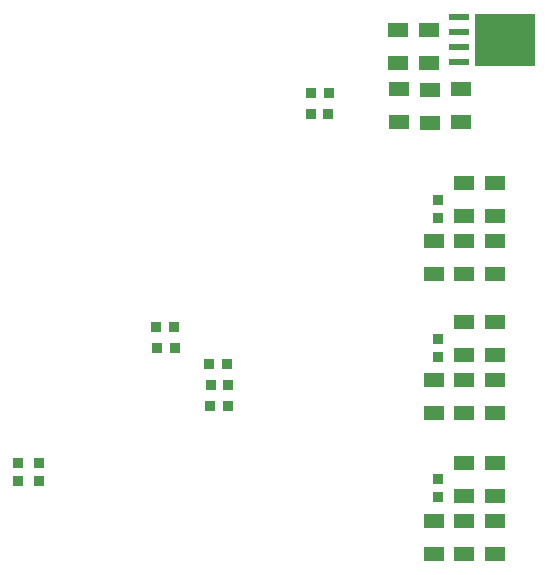
<source format=gbr>
%TF.GenerationSoftware,Altium Limited,Altium Designer,22.9.1 (49)*%
G04 Layer_Color=128*
%FSLAX45Y45*%
%MOMM*%
%TF.SameCoordinates,EA90029D-DDF1-4691-B258-B80E594B725E*%
%TF.FilePolarity,Positive*%
%TF.FileFunction,Paste,Bot*%
%TF.Part,Single*%
G01*
G75*
%TA.AperFunction,SMDPad,CuDef*%
%ADD11R,1.80000X1.30000*%
%ADD12R,0.95000X0.95000*%
%ADD14R,0.90000X0.90000*%
%ADD20R,0.95000X0.95000*%
%ADD23R,1.75000X0.60000*%
%ADD30R,0.90000X0.90000*%
%ADD47R,5.10000X4.50000*%
D11*
X8888003Y5772277D02*
D03*
Y5492277D02*
D03*
X8367103Y5772277D02*
D03*
Y5492277D02*
D03*
X8627498Y5767268D02*
D03*
Y5487268D02*
D03*
Y5982701D02*
D03*
Y6262700D02*
D03*
X8627502Y4790430D02*
D03*
Y5070429D02*
D03*
Y4580005D02*
D03*
Y4300000D02*
D03*
X8887998Y4790430D02*
D03*
Y5070429D02*
D03*
X8887999Y5982701D02*
D03*
X8887996Y6262700D02*
D03*
X8887998Y4580005D02*
D03*
Y4300000D02*
D03*
X8367102Y4580005D02*
D03*
Y4300000D02*
D03*
X8367105Y6944412D02*
D03*
Y6664412D02*
D03*
X8887953Y7434840D02*
D03*
Y7154835D02*
D03*
X8627526Y7434840D02*
D03*
Y7154840D02*
D03*
X8887953Y6944412D02*
D03*
Y6664412D02*
D03*
X8627526Y6944412D02*
D03*
Y6664412D02*
D03*
X8072877Y7951577D02*
D03*
Y8231576D02*
D03*
X8333303Y7946568D02*
D03*
Y8226567D02*
D03*
X8603300Y7951577D02*
D03*
Y8231576D02*
D03*
X8069148Y8731575D02*
D03*
Y8451576D02*
D03*
X8329574Y8731575D02*
D03*
Y8451576D02*
D03*
D12*
X8407102Y4930430D02*
D03*
Y4775429D02*
D03*
X8407103Y6120201D02*
D03*
Y5965200D02*
D03*
X8407105Y7297339D02*
D03*
Y7142339D02*
D03*
X5027856Y5068986D02*
D03*
Y4913990D02*
D03*
D14*
X4852427Y5063990D02*
D03*
Y4913993D02*
D03*
D20*
X6462503Y5905424D02*
D03*
X6617499D02*
D03*
X6024999Y6044571D02*
D03*
X6180000D02*
D03*
X6630000Y5553366D02*
D03*
X6474999D02*
D03*
X7485001Y8200000D02*
D03*
X7330000D02*
D03*
D23*
X8585002Y8840500D02*
D03*
Y8713500D02*
D03*
Y8586500D02*
D03*
Y8459500D02*
D03*
D30*
X7477873Y8023363D02*
D03*
X7327870D02*
D03*
X6479998Y5730000D02*
D03*
X6630000D02*
D03*
X6170000Y6220000D02*
D03*
X6020003D02*
D03*
D47*
X8974999Y8650000D02*
D03*
%TF.MD5,346a70bd4a19bafe57af81cb6bf6301a*%
M02*

</source>
